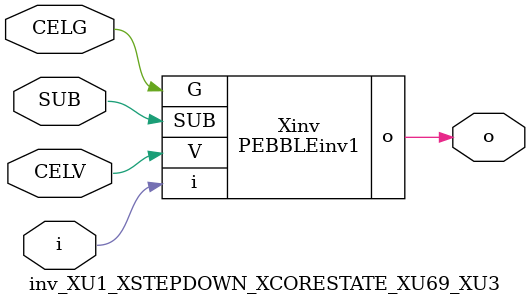
<source format=v>



module PEBBLEinv1 ( o, G, SUB, V, i );

  input V;
  input i;
  input G;
  output o;
  input SUB;
endmodule

//Celera Confidential Do Not Copy inv_XU1_XSTEPDOWN_XCORESTATE_XU69_XU3
//Celera Confidential Symbol Generator
//5V Inverter
module inv_XU1_XSTEPDOWN_XCORESTATE_XU69_XU3 (CELV,CELG,i,o,SUB);
input CELV;
input CELG;
input i;
input SUB;
output o;

//Celera Confidential Do Not Copy inv
PEBBLEinv1 Xinv(
.V (CELV),
.i (i),
.o (o),
.SUB (SUB),
.G (CELG)
);
//,diesize,PEBBLEinv1

//Celera Confidential Do Not Copy Module End
//Celera Schematic Generator
endmodule

</source>
